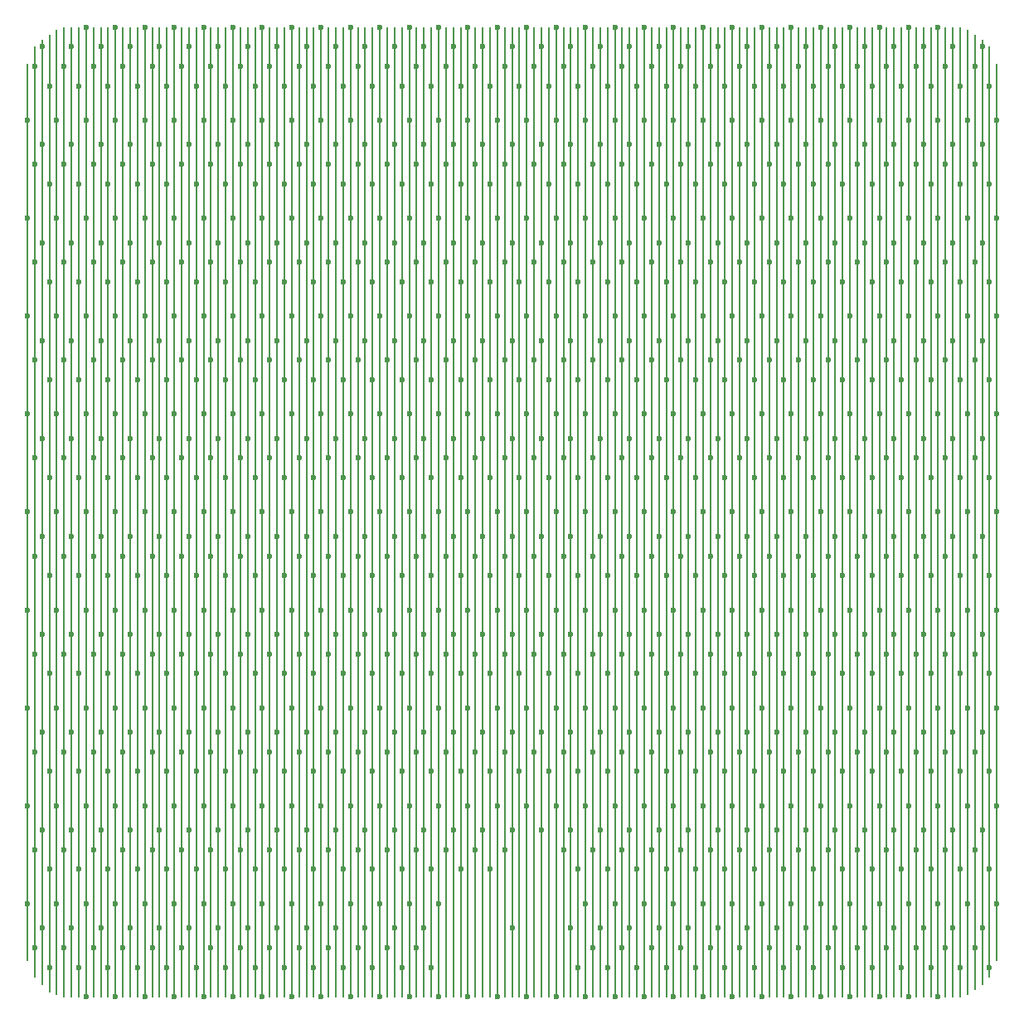
<source format=gtl>
G04 #@! TF.GenerationSoftware,KiCad,Pcbnew,7.0.1*
G04 #@! TF.CreationDate,2023-04-19T15:48:29-07:00*
G04 #@! TF.ProjectId,Stage flood sensor,53746167-6520-4666-9c6f-6f642073656e,rev?*
G04 #@! TF.SameCoordinates,Original*
G04 #@! TF.FileFunction,Copper,L1,Top*
G04 #@! TF.FilePolarity,Positive*
%FSLAX46Y46*%
G04 Gerber Fmt 4.6, Leading zero omitted, Abs format (unit mm)*
G04 Created by KiCad (PCBNEW 7.0.1) date 2023-04-19 15:48:29*
%MOMM*%
%LPD*%
G01*
G04 APERTURE LIST*
G04 #@! TA.AperFunction,ViaPad*
%ADD10C,0.600000*%
G04 #@! TD*
G04 #@! TA.AperFunction,Conductor*
%ADD11C,0.200000*%
G04 #@! TD*
G04 APERTURE END LIST*
D10*
G04 #@! TO.N,/Sense*
X71500000Y-110000000D03*
X80500000Y-140000000D03*
X76000000Y-62500000D03*
X55000000Y-142500000D03*
X80500000Y-90000000D03*
X107500000Y-50500000D03*
X62500000Y-90000000D03*
X101500000Y-149500000D03*
X148000000Y-62500000D03*
X59500000Y-70000000D03*
X142000000Y-92500000D03*
X110500000Y-130000000D03*
X128500000Y-90000000D03*
X94000000Y-132500000D03*
X53500000Y-120000000D03*
X67000000Y-62500000D03*
X148000000Y-72500000D03*
X77500000Y-90000000D03*
X98500000Y-110000000D03*
X56500000Y-50500000D03*
X98500000Y-70000000D03*
X65500000Y-60000000D03*
X79000000Y-62500000D03*
X71500000Y-60000000D03*
X88000000Y-72500000D03*
X145000000Y-62500000D03*
X89500000Y-60000000D03*
X74500000Y-140000000D03*
X131500000Y-100000000D03*
X94000000Y-102500000D03*
X127000000Y-82500000D03*
X94000000Y-92500000D03*
X71500000Y-120000000D03*
X80500000Y-110000000D03*
X107500000Y-60000000D03*
X106000000Y-122500000D03*
X97000000Y-52500000D03*
X124000000Y-102500000D03*
X112000000Y-72500000D03*
X110500000Y-120000000D03*
X83500000Y-130000000D03*
X121000000Y-92500000D03*
X133000000Y-62500000D03*
X127000000Y-122500000D03*
X142000000Y-102500000D03*
X70000000Y-112500000D03*
X100000000Y-72500000D03*
X97000000Y-122500000D03*
X149500000Y-90000000D03*
X89500000Y-70000000D03*
X58000000Y-102500000D03*
X62500000Y-100000000D03*
X107500000Y-120000000D03*
X142000000Y-72500000D03*
X134500000Y-50500000D03*
X107500000Y-80000000D03*
X53500000Y-90000000D03*
X74500000Y-80000000D03*
X76000000Y-72500000D03*
X53500000Y-100000000D03*
X77500000Y-110000000D03*
X86500000Y-140000000D03*
X118000000Y-62500000D03*
X68500000Y-50500000D03*
X115000000Y-122500000D03*
X146500000Y-90000000D03*
X127000000Y-92500000D03*
X131500000Y-149500000D03*
X64000000Y-102500000D03*
X145000000Y-102500000D03*
X62500000Y-130000000D03*
X134500000Y-80000000D03*
X142000000Y-82500000D03*
X106000000Y-92500000D03*
X103000000Y-52500000D03*
X134500000Y-60000000D03*
X139000000Y-112500000D03*
X113500000Y-50500000D03*
X91000000Y-112500000D03*
X130000000Y-82500000D03*
X110500000Y-70000000D03*
X121000000Y-132500000D03*
X110500000Y-140000000D03*
X146500000Y-140000000D03*
X70000000Y-102500000D03*
X115000000Y-102500000D03*
X119500000Y-60000000D03*
X65500000Y-80000000D03*
X128500000Y-120000000D03*
X104500000Y-110000000D03*
X148000000Y-132500000D03*
X110500000Y-149500000D03*
X67000000Y-142500000D03*
X68500000Y-140000000D03*
X88000000Y-62500000D03*
X56500000Y-60000000D03*
X112000000Y-92500000D03*
X100000000Y-62500000D03*
X143500000Y-140000000D03*
X118000000Y-142500000D03*
X68500000Y-70000000D03*
X79000000Y-72500000D03*
X137500000Y-140000000D03*
X91000000Y-82500000D03*
X107500000Y-130000000D03*
X106000000Y-132500000D03*
X56500000Y-110000000D03*
X116500000Y-90000000D03*
X73000000Y-132500000D03*
X59500000Y-80000000D03*
X131500000Y-120000000D03*
X124000000Y-142500000D03*
X64000000Y-122500000D03*
X137500000Y-50500000D03*
X136000000Y-122500000D03*
X124000000Y-62500000D03*
X71500000Y-90000000D03*
X125500000Y-110000000D03*
X104500000Y-100000000D03*
X127000000Y-52500000D03*
X77500000Y-149500000D03*
X133000000Y-112500000D03*
X100000000Y-142500000D03*
X134500000Y-120000000D03*
X95500000Y-90000000D03*
X124000000Y-122500000D03*
X95500000Y-120000000D03*
X119500000Y-50500000D03*
X106000000Y-102500000D03*
X128500000Y-60000000D03*
X140500000Y-130000000D03*
X79000000Y-82500000D03*
X127000000Y-132500000D03*
X61000000Y-52500000D03*
X136000000Y-82500000D03*
X109000000Y-132500000D03*
X148000000Y-142500000D03*
X50500000Y-120000000D03*
X64000000Y-142500000D03*
X118000000Y-132500000D03*
X136000000Y-132500000D03*
X110500000Y-80000000D03*
X88000000Y-132500000D03*
X55000000Y-122500000D03*
X80500000Y-100000000D03*
X100000000Y-52500000D03*
X136000000Y-142500000D03*
X73000000Y-92500000D03*
X62500000Y-60000000D03*
X97000000Y-132500000D03*
X107500000Y-149500000D03*
X64000000Y-72500000D03*
X61000000Y-62500000D03*
X88000000Y-52500000D03*
X121000000Y-142500000D03*
X104500000Y-90000000D03*
X98500000Y-100000000D03*
X103000000Y-82500000D03*
X134500000Y-130000000D03*
X137500000Y-149500000D03*
X109000000Y-92500000D03*
X52000000Y-72500000D03*
X133000000Y-82500000D03*
X64000000Y-132500000D03*
X130000000Y-52500000D03*
X139000000Y-102500000D03*
X110500000Y-100000000D03*
X136000000Y-102500000D03*
X101500000Y-120000000D03*
X115000000Y-112500000D03*
X61000000Y-142500000D03*
X92500000Y-50500000D03*
X52000000Y-102500000D03*
X53500000Y-80000000D03*
X55000000Y-102500000D03*
X91000000Y-72500000D03*
X94000000Y-72500000D03*
X113500000Y-140000000D03*
X77500000Y-100000000D03*
X140500000Y-60000000D03*
X109000000Y-102500000D03*
X83500000Y-120000000D03*
X103000000Y-112500000D03*
X148000000Y-112500000D03*
X86500000Y-70000000D03*
X143500000Y-120000000D03*
X50500000Y-100000000D03*
X56500000Y-70000000D03*
X140500000Y-149500000D03*
X124000000Y-112500000D03*
X85000000Y-92500000D03*
X55000000Y-132500000D03*
X118000000Y-112500000D03*
X74500000Y-60000000D03*
X106000000Y-52500000D03*
X124000000Y-132500000D03*
X83500000Y-70000000D03*
X70000000Y-82500000D03*
X109000000Y-82500000D03*
X50500000Y-60000000D03*
X86500000Y-60000000D03*
X53500000Y-140000000D03*
X131500000Y-140000000D03*
X109000000Y-112500000D03*
X70000000Y-92500000D03*
X53500000Y-70000000D03*
X109000000Y-72500000D03*
X128500000Y-70000000D03*
X130000000Y-62500000D03*
X133000000Y-142500000D03*
X92500000Y-130000000D03*
X140500000Y-110000000D03*
X83500000Y-90000000D03*
X149500000Y-130000000D03*
X76000000Y-52500000D03*
X58000000Y-122500000D03*
X70000000Y-122500000D03*
X136000000Y-72500000D03*
X58000000Y-72500000D03*
X146500000Y-100000000D03*
X82000000Y-112500000D03*
X121000000Y-112500000D03*
X139000000Y-122500000D03*
X95500000Y-110000000D03*
X83500000Y-100000000D03*
X136000000Y-62500000D03*
X95500000Y-100000000D03*
X139000000Y-82500000D03*
X115000000Y-62500000D03*
X149500000Y-60000000D03*
X59500000Y-120000000D03*
X80500000Y-60000000D03*
X61000000Y-122500000D03*
X115000000Y-132500000D03*
X124000000Y-72500000D03*
X82000000Y-92500000D03*
X52000000Y-122500000D03*
X67000000Y-102500000D03*
X73000000Y-142500000D03*
X122500000Y-70000000D03*
X133000000Y-102500000D03*
X74500000Y-149500000D03*
X79000000Y-52500000D03*
X85000000Y-82500000D03*
X116500000Y-80000000D03*
X89500000Y-50500000D03*
X83500000Y-140000000D03*
X130000000Y-142500000D03*
X142000000Y-122500000D03*
X122500000Y-130000000D03*
X92500000Y-70000000D03*
X146500000Y-80000000D03*
X128500000Y-50500000D03*
X95500000Y-80000000D03*
X53500000Y-110000000D03*
X71500000Y-149500000D03*
X67000000Y-112500000D03*
X143500000Y-70000000D03*
X146500000Y-120000000D03*
X92500000Y-60000000D03*
X53500000Y-130000000D03*
X137500000Y-90000000D03*
X148000000Y-102500000D03*
X143500000Y-90000000D03*
X61000000Y-132500000D03*
X74500000Y-120000000D03*
X101500000Y-130000000D03*
X107500000Y-140000000D03*
X110500000Y-50500000D03*
X67000000Y-92500000D03*
X73000000Y-62500000D03*
X50500000Y-140000000D03*
X103000000Y-132500000D03*
X52000000Y-92500000D03*
X116500000Y-120000000D03*
X128500000Y-149500000D03*
X112000000Y-122500000D03*
X91000000Y-92500000D03*
X145000000Y-72500000D03*
X104500000Y-120000000D03*
X106000000Y-72500000D03*
X103000000Y-72500000D03*
X55000000Y-52500000D03*
X146500000Y-110000000D03*
X134500000Y-149500000D03*
X76000000Y-112500000D03*
X113500000Y-110000000D03*
X121000000Y-82500000D03*
X56500000Y-100000000D03*
X121000000Y-52500000D03*
X85000000Y-102500000D03*
X82000000Y-52500000D03*
X100000000Y-132500000D03*
X94000000Y-112500000D03*
X65500000Y-149500000D03*
X58000000Y-62500000D03*
X86500000Y-149500000D03*
X59500000Y-60000000D03*
X92500000Y-140000000D03*
X140500000Y-120000000D03*
X71500000Y-140000000D03*
X64000000Y-92500000D03*
X133000000Y-122500000D03*
X80500000Y-120000000D03*
X67000000Y-52500000D03*
X76000000Y-82500000D03*
X74500000Y-100000000D03*
X58000000Y-142500000D03*
X67000000Y-132500000D03*
X104500000Y-80000000D03*
X131500000Y-70000000D03*
X59500000Y-90000000D03*
X122500000Y-149500000D03*
X130000000Y-132500000D03*
X148000000Y-122500000D03*
X82000000Y-102500000D03*
X122500000Y-140000000D03*
X62500000Y-70000000D03*
X91000000Y-142500000D03*
X140500000Y-90000000D03*
X140500000Y-70000000D03*
X97000000Y-62500000D03*
X82000000Y-132500000D03*
X85000000Y-132500000D03*
X98500000Y-90000000D03*
X113500000Y-60000000D03*
X112000000Y-142500000D03*
X112000000Y-52500000D03*
X97000000Y-72500000D03*
X145000000Y-112500000D03*
X101500000Y-90000000D03*
X116500000Y-140000000D03*
X86500000Y-80000000D03*
X82000000Y-72500000D03*
X65500000Y-120000000D03*
X137500000Y-130000000D03*
X109000000Y-52500000D03*
X137500000Y-60000000D03*
X133000000Y-92500000D03*
X79000000Y-102500000D03*
X139000000Y-132500000D03*
X115000000Y-52500000D03*
X50500000Y-130000000D03*
X86500000Y-120000000D03*
X97000000Y-102500000D03*
X131500000Y-130000000D03*
X119500000Y-149500000D03*
X149500000Y-140000000D03*
X52000000Y-112500000D03*
X92500000Y-149500000D03*
X149500000Y-80000000D03*
X110500000Y-60000000D03*
X119500000Y-110000000D03*
X119500000Y-70000000D03*
X74500000Y-110000000D03*
X128500000Y-100000000D03*
X68500000Y-80000000D03*
X149500000Y-110000000D03*
X73000000Y-52500000D03*
X88000000Y-92500000D03*
X76000000Y-122500000D03*
X124000000Y-82500000D03*
X68500000Y-90000000D03*
X64000000Y-82500000D03*
X77500000Y-140000000D03*
X118000000Y-52500000D03*
X107500000Y-110000000D03*
X70000000Y-72500000D03*
X89500000Y-90000000D03*
X104500000Y-60000000D03*
X113500000Y-120000000D03*
X85000000Y-72500000D03*
X100000000Y-112500000D03*
X122500000Y-80000000D03*
X91000000Y-122500000D03*
X65500000Y-90000000D03*
X56500000Y-80000000D03*
X146500000Y-130000000D03*
X148000000Y-82500000D03*
X85000000Y-112500000D03*
X104500000Y-70000000D03*
X133000000Y-52500000D03*
X79000000Y-92500000D03*
X121000000Y-72500000D03*
X122500000Y-90000000D03*
X83500000Y-60000000D03*
X86500000Y-90000000D03*
X70000000Y-52500000D03*
X71500000Y-80000000D03*
X77500000Y-80000000D03*
X65500000Y-110000000D03*
X139000000Y-142500000D03*
X55000000Y-82500000D03*
X83500000Y-149500000D03*
X59500000Y-149500000D03*
X116500000Y-100000000D03*
X74500000Y-70000000D03*
X122500000Y-110000000D03*
X73000000Y-112500000D03*
X59500000Y-50500000D03*
X107500000Y-70000000D03*
X119500000Y-80000000D03*
X59500000Y-100000000D03*
X119500000Y-120000000D03*
X104500000Y-130000000D03*
X64000000Y-62500000D03*
X85000000Y-52500000D03*
X130000000Y-122500000D03*
X88000000Y-102500000D03*
X113500000Y-100000000D03*
X112000000Y-102500000D03*
X74500000Y-50500000D03*
X98500000Y-130000000D03*
X130000000Y-92500000D03*
X91000000Y-62500000D03*
X103000000Y-92500000D03*
X56500000Y-130000000D03*
X127000000Y-62500000D03*
X77500000Y-60000000D03*
X82000000Y-62500000D03*
X58000000Y-132500000D03*
X52000000Y-52500000D03*
X116500000Y-110000000D03*
X109000000Y-122500000D03*
X125500000Y-149500000D03*
X133000000Y-132500000D03*
X89500000Y-149500000D03*
X86500000Y-110000000D03*
X62500000Y-140000000D03*
X136000000Y-112500000D03*
X143500000Y-80000000D03*
X89500000Y-100000000D03*
X149500000Y-70000000D03*
X101500000Y-70000000D03*
X92500000Y-100000000D03*
X97000000Y-92500000D03*
X139000000Y-72500000D03*
X58000000Y-112500000D03*
X62500000Y-80000000D03*
X116500000Y-60000000D03*
X94000000Y-52500000D03*
X113500000Y-70000000D03*
X128500000Y-130000000D03*
X89500000Y-120000000D03*
X77500000Y-130000000D03*
X50500000Y-70000000D03*
X73000000Y-122500000D03*
X80500000Y-70000000D03*
X145000000Y-92500000D03*
X113500000Y-149500000D03*
X68500000Y-149500000D03*
X140500000Y-80000000D03*
X145000000Y-82500000D03*
X106000000Y-142500000D03*
X107500000Y-100000000D03*
X106000000Y-62500000D03*
X56500000Y-140000000D03*
X127000000Y-72500000D03*
X115000000Y-72500000D03*
X98500000Y-120000000D03*
X137500000Y-70000000D03*
X80500000Y-149500000D03*
X110500000Y-90000000D03*
X95500000Y-60000000D03*
X65500000Y-100000000D03*
X97000000Y-112500000D03*
X82000000Y-142500000D03*
X112000000Y-82500000D03*
X125500000Y-60000000D03*
X146500000Y-70000000D03*
X64000000Y-112500000D03*
X50500000Y-80000000D03*
X145000000Y-122500000D03*
X116500000Y-70000000D03*
X52000000Y-142500000D03*
X85000000Y-62500000D03*
X61000000Y-92500000D03*
X64000000Y-52500000D03*
X95500000Y-70000000D03*
X104500000Y-50500000D03*
X83500000Y-50500000D03*
X104500000Y-149500000D03*
X92500000Y-80000000D03*
X76000000Y-142500000D03*
X76000000Y-102500000D03*
X142000000Y-132500000D03*
X113500000Y-130000000D03*
X121000000Y-122500000D03*
X115000000Y-142500000D03*
X148000000Y-52500000D03*
X118000000Y-92500000D03*
X107500000Y-90000000D03*
X134500000Y-140000000D03*
X71500000Y-70000000D03*
X119500000Y-140000000D03*
X130000000Y-72500000D03*
X86500000Y-50500000D03*
X89500000Y-130000000D03*
X119500000Y-130000000D03*
X125500000Y-120000000D03*
X101500000Y-80000000D03*
X143500000Y-60000000D03*
X119500000Y-90000000D03*
X131500000Y-110000000D03*
X139000000Y-52500000D03*
X121000000Y-62500000D03*
X56500000Y-149500000D03*
X143500000Y-110000000D03*
X58000000Y-92500000D03*
X71500000Y-100000000D03*
X89500000Y-110000000D03*
X68500000Y-130000000D03*
X143500000Y-149500000D03*
X70000000Y-62500000D03*
X74500000Y-130000000D03*
X103000000Y-62500000D03*
X98500000Y-50500000D03*
X65500000Y-140000000D03*
X89500000Y-140000000D03*
X73000000Y-72500000D03*
X118000000Y-102500000D03*
X128500000Y-110000000D03*
X71500000Y-50500000D03*
X77500000Y-70000000D03*
X68500000Y-120000000D03*
X101500000Y-110000000D03*
X125500000Y-90000000D03*
X131500000Y-90000000D03*
X145000000Y-52500000D03*
X101500000Y-100000000D03*
X137500000Y-120000000D03*
X53500000Y-60000000D03*
X148000000Y-92500000D03*
X128500000Y-80000000D03*
X55000000Y-112500000D03*
X88000000Y-142500000D03*
X122500000Y-100000000D03*
X67000000Y-72500000D03*
X109000000Y-142500000D03*
X134500000Y-110000000D03*
X103000000Y-122500000D03*
X65500000Y-70000000D03*
X125500000Y-80000000D03*
X118000000Y-82500000D03*
X52000000Y-62500000D03*
X140500000Y-100000000D03*
X143500000Y-130000000D03*
X112000000Y-112500000D03*
X88000000Y-82500000D03*
X131500000Y-80000000D03*
X55000000Y-72500000D03*
X97000000Y-82500000D03*
X89500000Y-80000000D03*
X121000000Y-102500000D03*
X65500000Y-50500000D03*
X61000000Y-72500000D03*
X130000000Y-102500000D03*
X83500000Y-110000000D03*
X79000000Y-142500000D03*
X142000000Y-112500000D03*
X115000000Y-82500000D03*
X80500000Y-50500000D03*
X101500000Y-50500000D03*
X61000000Y-112500000D03*
X142000000Y-52500000D03*
X82000000Y-122500000D03*
X100000000Y-82500000D03*
X61000000Y-102500000D03*
X125500000Y-50500000D03*
X125500000Y-70000000D03*
X118000000Y-72500000D03*
X122500000Y-60000000D03*
X116500000Y-149500000D03*
X143500000Y-100000000D03*
X68500000Y-100000000D03*
X71500000Y-130000000D03*
X98500000Y-80000000D03*
X145000000Y-132500000D03*
X59500000Y-130000000D03*
X127000000Y-102500000D03*
X58000000Y-52500000D03*
X95500000Y-149500000D03*
X119500000Y-100000000D03*
X73000000Y-82500000D03*
X106000000Y-112500000D03*
X77500000Y-50500000D03*
X91000000Y-102500000D03*
X136000000Y-92500000D03*
X86500000Y-100000000D03*
X56500000Y-90000000D03*
X122500000Y-120000000D03*
X116500000Y-50500000D03*
X131500000Y-60000000D03*
X140500000Y-140000000D03*
X62500000Y-120000000D03*
X91000000Y-132500000D03*
X134500000Y-90000000D03*
X140500000Y-50500000D03*
X145000000Y-142500000D03*
X65500000Y-130000000D03*
X131500000Y-50500000D03*
X59500000Y-140000000D03*
X113500000Y-80000000D03*
X70000000Y-132500000D03*
X149500000Y-100000000D03*
X118000000Y-122500000D03*
X113500000Y-90000000D03*
X134500000Y-70000000D03*
X79000000Y-122500000D03*
X124000000Y-92500000D03*
X76000000Y-92500000D03*
X94000000Y-62500000D03*
X88000000Y-112500000D03*
X122500000Y-50500000D03*
X128500000Y-140000000D03*
X80500000Y-80000000D03*
X68500000Y-110000000D03*
X92500000Y-110000000D03*
X124000000Y-52500000D03*
X79000000Y-132500000D03*
X110500000Y-110000000D03*
X127000000Y-112500000D03*
X139000000Y-92500000D03*
X100000000Y-102500000D03*
X52000000Y-132500000D03*
X125500000Y-130000000D03*
X67000000Y-82500000D03*
X50500000Y-110000000D03*
X98500000Y-60000000D03*
X62500000Y-110000000D03*
X79000000Y-112500000D03*
X139000000Y-62500000D03*
X82000000Y-82500000D03*
X88000000Y-122500000D03*
X101500000Y-60000000D03*
X149500000Y-120000000D03*
X92500000Y-120000000D03*
X62500000Y-50500000D03*
X91000000Y-52500000D03*
X137500000Y-80000000D03*
X61000000Y-82500000D03*
X86500000Y-130000000D03*
X116500000Y-130000000D03*
X95500000Y-50500000D03*
X95500000Y-130000000D03*
X85000000Y-142500000D03*
X142000000Y-142500000D03*
X133000000Y-72500000D03*
X112000000Y-132500000D03*
X59500000Y-110000000D03*
X67000000Y-122500000D03*
X109000000Y-62500000D03*
X100000000Y-92500000D03*
X134500000Y-100000000D03*
X125500000Y-140000000D03*
X137500000Y-110000000D03*
X94000000Y-122500000D03*
X62500000Y-149500000D03*
X146500000Y-60000000D03*
X92500000Y-90000000D03*
X55000000Y-92500000D03*
X143500000Y-50500000D03*
X142000000Y-62500000D03*
X73000000Y-102500000D03*
X52000000Y-82500000D03*
X56500000Y-120000000D03*
X136000000Y-52500000D03*
X127000000Y-142500000D03*
X98500000Y-149500000D03*
X55000000Y-62500000D03*
X103000000Y-102500000D03*
X83500000Y-80000000D03*
X85000000Y-122500000D03*
X125500000Y-100000000D03*
X70000000Y-142500000D03*
X130000000Y-112500000D03*
X50500000Y-90000000D03*
X77500000Y-120000000D03*
X112000000Y-62500000D03*
X100000000Y-122500000D03*
X106000000Y-82500000D03*
X74500000Y-90000000D03*
X76000000Y-132500000D03*
X137500000Y-100000000D03*
X68500000Y-60000000D03*
X115000000Y-92500000D03*
X58000000Y-82500000D03*
X80500000Y-130000000D03*
X94000000Y-82500000D03*
G04 #@! TO.N,GND*
X144250000Y-144500000D03*
X123250000Y-54500000D03*
X52750000Y-126500000D03*
X102250000Y-74500000D03*
X103750000Y-116500000D03*
X93250000Y-64500000D03*
X63250000Y-84500000D03*
X144250000Y-124500000D03*
X97750000Y-126500000D03*
X130750000Y-66500000D03*
X73750000Y-136500000D03*
X51250000Y-114500000D03*
X129250000Y-124500000D03*
X91750000Y-136500000D03*
X106750000Y-146500000D03*
X64750000Y-56500000D03*
X100750000Y-106500000D03*
X75250000Y-84500000D03*
X123250000Y-124500000D03*
X102250000Y-114500000D03*
X118750000Y-96500000D03*
X108250000Y-124500000D03*
X133750000Y-96500000D03*
X136750000Y-136500000D03*
X120250000Y-104500000D03*
X72250000Y-94500000D03*
X82750000Y-146500000D03*
X73750000Y-56500000D03*
X72250000Y-74500000D03*
X91750000Y-86500000D03*
X51250000Y-84500000D03*
X52750000Y-86500000D03*
X138250000Y-94500000D03*
X129250000Y-144500000D03*
X114250000Y-144500000D03*
X67750000Y-76500000D03*
X126250000Y-144500000D03*
X79750000Y-106500000D03*
X100750000Y-86500000D03*
X97750000Y-66500000D03*
X97750000Y-96500000D03*
X135250000Y-124500000D03*
X55750000Y-76500000D03*
X58750000Y-76500000D03*
X73750000Y-66500000D03*
X78250000Y-84500000D03*
X67750000Y-126500000D03*
X109750000Y-126500000D03*
X102250000Y-64500000D03*
X124750000Y-56500000D03*
X112750000Y-56500000D03*
X81250000Y-124500000D03*
X73750000Y-96500000D03*
X147250000Y-124500000D03*
X72250000Y-84500000D03*
X75250000Y-144500000D03*
X103750000Y-96500000D03*
X127750000Y-66500000D03*
X91750000Y-66500000D03*
X69250000Y-124500000D03*
X112750000Y-116500000D03*
X133750000Y-116500000D03*
X54250000Y-134500000D03*
X81250000Y-104500000D03*
X108250000Y-64500000D03*
X144250000Y-104500000D03*
X124750000Y-86500000D03*
X114250000Y-54500000D03*
X64750000Y-106500000D03*
X54250000Y-144500000D03*
X55750000Y-66500000D03*
X117250000Y-64500000D03*
X76750000Y-76500000D03*
X106750000Y-76500000D03*
X66250000Y-84500000D03*
X66250000Y-74500000D03*
X57250000Y-114500000D03*
X70750000Y-86500000D03*
X126250000Y-124500000D03*
X132250000Y-124500000D03*
X121750000Y-66500000D03*
X51250000Y-104500000D03*
X90250000Y-134500000D03*
X105250000Y-114500000D03*
X117250000Y-104500000D03*
X136750000Y-66500000D03*
X51250000Y-54500000D03*
X108250000Y-134500000D03*
X123250000Y-144500000D03*
X144250000Y-54500000D03*
X102250000Y-84500000D03*
X70750000Y-126500000D03*
X130750000Y-106500000D03*
X55750000Y-56500000D03*
X111250000Y-94500000D03*
X133750000Y-86500000D03*
X82750000Y-126500000D03*
X130750000Y-96500000D03*
X87250000Y-74500000D03*
X67750000Y-56500000D03*
X75250000Y-124500000D03*
X60250000Y-134500000D03*
X64750000Y-136500000D03*
X133750000Y-56500000D03*
X82750000Y-86500000D03*
X84250000Y-134500000D03*
X64750000Y-76500000D03*
X108250000Y-54500000D03*
X61750000Y-56500000D03*
X57250000Y-54500000D03*
X121750000Y-56500000D03*
X64750000Y-66500000D03*
X63250000Y-54500000D03*
X129250000Y-74500000D03*
X127750000Y-136500000D03*
X76750000Y-126500000D03*
X106750000Y-86500000D03*
X141250000Y-134500000D03*
X70750000Y-66500000D03*
X147250000Y-144500000D03*
X121750000Y-106500000D03*
X124750000Y-76500000D03*
X132250000Y-134500000D03*
X96250000Y-134500000D03*
X139750000Y-116500000D03*
X132250000Y-104500000D03*
X99250000Y-124500000D03*
X142750000Y-126500000D03*
X85750000Y-96500000D03*
X58750000Y-146500000D03*
X135250000Y-54500000D03*
X118750000Y-126500000D03*
X99250000Y-134500000D03*
X136750000Y-86500000D03*
X90250000Y-84500000D03*
X127750000Y-126500000D03*
X148750000Y-126500000D03*
X139750000Y-126500000D03*
X58750000Y-106500000D03*
X100750000Y-66500000D03*
X97750000Y-86500000D03*
X91750000Y-146500000D03*
X138250000Y-124500000D03*
X129250000Y-54500000D03*
X79750000Y-56500000D03*
X76750000Y-136500000D03*
X114250000Y-124500000D03*
X109750000Y-116500000D03*
X55750000Y-116500000D03*
X117250000Y-74500000D03*
X64750000Y-146500000D03*
X69250000Y-74500000D03*
X72250000Y-144500000D03*
X67750000Y-106500000D03*
X114250000Y-84500000D03*
X84250000Y-54500000D03*
X57250000Y-84500000D03*
X67750000Y-116500000D03*
X111250000Y-144500000D03*
X67750000Y-146500000D03*
X70750000Y-116500000D03*
X73750000Y-86500000D03*
X121750000Y-146500000D03*
X109750000Y-76500000D03*
X60250000Y-114500000D03*
X94750000Y-76500000D03*
X58750000Y-136500000D03*
X105250000Y-54500000D03*
X87250000Y-84500000D03*
X52750000Y-136500000D03*
X126250000Y-94500000D03*
X135250000Y-134500000D03*
X130750000Y-146500000D03*
X79750000Y-86500000D03*
X121750000Y-126500000D03*
X117250000Y-144500000D03*
X70750000Y-106500000D03*
X54250000Y-54500000D03*
X75250000Y-104500000D03*
X84250000Y-74500000D03*
X112750000Y-136500000D03*
X136750000Y-96500000D03*
X64750000Y-96500000D03*
X115750000Y-146500000D03*
X111250000Y-134500000D03*
X90250000Y-104500000D03*
X144250000Y-84500000D03*
X132250000Y-144500000D03*
X130750000Y-136500000D03*
X91750000Y-76500000D03*
X63250000Y-104500000D03*
X82750000Y-106500000D03*
X100750000Y-76500000D03*
X60250000Y-124500000D03*
X61750000Y-96500000D03*
X87250000Y-144500000D03*
X82750000Y-56500000D03*
X106750000Y-106500000D03*
X124750000Y-146500000D03*
X58750000Y-56500000D03*
X139750000Y-146500000D03*
X99250000Y-84500000D03*
X118750000Y-56500000D03*
X69250000Y-64500000D03*
X133750000Y-126500000D03*
X129250000Y-134500000D03*
X76750000Y-56500000D03*
X102250000Y-94500000D03*
X127750000Y-76500000D03*
X148750000Y-116500000D03*
X111250000Y-84500000D03*
X55750000Y-96500000D03*
X142750000Y-136500000D03*
X91750000Y-116500000D03*
X127750000Y-146500000D03*
X76750000Y-146500000D03*
X147250000Y-94500000D03*
X130750000Y-56500000D03*
X105250000Y-134500000D03*
X138250000Y-134500000D03*
X105250000Y-124500000D03*
X121750000Y-136500000D03*
X51250000Y-64500000D03*
X111250000Y-124500000D03*
X99250000Y-114500000D03*
X99250000Y-94500000D03*
X141250000Y-114500000D03*
X114250000Y-114500000D03*
X136750000Y-146500000D03*
X130750000Y-76500000D03*
X144250000Y-64500000D03*
X141250000Y-84500000D03*
X60250000Y-64500000D03*
X52750000Y-116500000D03*
X142750000Y-56500000D03*
X61750000Y-86500000D03*
X93250000Y-94500000D03*
X124750000Y-66500000D03*
X141250000Y-104500000D03*
X79750000Y-146500000D03*
X112750000Y-86500000D03*
X61750000Y-116500000D03*
X81250000Y-54500000D03*
X66250000Y-124500000D03*
X120250000Y-74500000D03*
X118750000Y-146500000D03*
X103750000Y-66500000D03*
X147250000Y-54500000D03*
X66250000Y-64500000D03*
X123250000Y-114500000D03*
X96250000Y-54500000D03*
X93250000Y-134500000D03*
X135250000Y-84500000D03*
X147250000Y-104500000D03*
X115750000Y-126500000D03*
X91750000Y-96500000D03*
X118750000Y-106500000D03*
X102250000Y-104500000D03*
X66250000Y-54500000D03*
X145750000Y-116500000D03*
X100750000Y-126500000D03*
X123250000Y-74500000D03*
X96250000Y-94500000D03*
X141250000Y-144500000D03*
X82750000Y-96500000D03*
X100750000Y-116500000D03*
X67750000Y-66500000D03*
X129250000Y-114500000D03*
X93250000Y-114500000D03*
X90250000Y-64500000D03*
X111250000Y-114500000D03*
X54250000Y-64500000D03*
X138250000Y-64500000D03*
X97750000Y-116500000D03*
X52750000Y-66500000D03*
X52750000Y-76500000D03*
X93250000Y-124500000D03*
X141250000Y-64500000D03*
X108250000Y-104500000D03*
X94750000Y-66500000D03*
X52750000Y-56500000D03*
X60250000Y-84500000D03*
X102250000Y-54500000D03*
X69250000Y-94500000D03*
X112750000Y-126500000D03*
X75250000Y-74500000D03*
X109750000Y-66500000D03*
X69250000Y-84500000D03*
X141250000Y-124500000D03*
X82750000Y-66500000D03*
X132250000Y-74500000D03*
X129250000Y-94500000D03*
X81250000Y-94500000D03*
X79750000Y-116500000D03*
X133750000Y-66500000D03*
X70750000Y-76500000D03*
X61750000Y-136500000D03*
X112750000Y-146500000D03*
X117250000Y-94500000D03*
X85750000Y-56500000D03*
X54250000Y-104500000D03*
X120250000Y-84500000D03*
X115750000Y-76500000D03*
X67750000Y-96500000D03*
X99250000Y-74500000D03*
X135250000Y-144500000D03*
X115750000Y-96500000D03*
X84250000Y-94500000D03*
X100750000Y-96500000D03*
X93250000Y-84500000D03*
X114250000Y-104500000D03*
X58750000Y-66500000D03*
X94750000Y-96500000D03*
X120250000Y-94500000D03*
X139750000Y-66500000D03*
X57250000Y-144500000D03*
X79750000Y-136500000D03*
X90250000Y-124500000D03*
X87250000Y-54500000D03*
X73750000Y-126500000D03*
X144250000Y-114500000D03*
X138250000Y-84500000D03*
X91750000Y-126500000D03*
X129250000Y-104500000D03*
X105250000Y-104500000D03*
X139750000Y-86500000D03*
X118750000Y-136500000D03*
X52750000Y-146500000D03*
X72250000Y-134500000D03*
X96250000Y-124500000D03*
X79750000Y-126500000D03*
X133750000Y-146500000D03*
X78250000Y-64500000D03*
X105250000Y-84500000D03*
X61750000Y-76500000D03*
X70750000Y-96500000D03*
X103750000Y-126500000D03*
X148750000Y-76500000D03*
X88750000Y-116500000D03*
X96250000Y-114500000D03*
X127750000Y-106500000D03*
X136750000Y-56500000D03*
X121750000Y-76500000D03*
X111250000Y-54500000D03*
X126250000Y-84500000D03*
X111250000Y-64500000D03*
X85750000Y-126500000D03*
X106750000Y-66500000D03*
X76750000Y-66500000D03*
X138250000Y-74500000D03*
X105250000Y-74500000D03*
X61750000Y-66500000D03*
X63250000Y-114500000D03*
X133750000Y-76500000D03*
X130750000Y-116500000D03*
X73750000Y-76500000D03*
X85750000Y-66500000D03*
X88750000Y-66500000D03*
X109750000Y-86500000D03*
X81250000Y-144500000D03*
X120250000Y-54500000D03*
X99250000Y-64500000D03*
X87250000Y-134500000D03*
X136750000Y-106500000D03*
X88750000Y-126500000D03*
X142750000Y-96500000D03*
X117250000Y-114500000D03*
X81250000Y-64500000D03*
X136750000Y-126500000D03*
X120250000Y-134500000D03*
X147250000Y-74500000D03*
X85750000Y-116500000D03*
X135250000Y-114500000D03*
X82750000Y-116500000D03*
X105250000Y-94500000D03*
X84250000Y-84500000D03*
X120250000Y-114500000D03*
X87250000Y-64500000D03*
X138250000Y-104500000D03*
X76750000Y-96500000D03*
X109750000Y-106500000D03*
X60250000Y-54500000D03*
X139750000Y-56500000D03*
X90250000Y-94500000D03*
X64750000Y-86500000D03*
X147250000Y-64500000D03*
X88750000Y-56500000D03*
X141250000Y-94500000D03*
X55750000Y-146500000D03*
X87250000Y-124500000D03*
X93250000Y-54500000D03*
X97750000Y-106500000D03*
X67750000Y-86500000D03*
X88750000Y-76500000D03*
X76750000Y-106500000D03*
X148750000Y-86500000D03*
X123250000Y-134500000D03*
X115750000Y-56500000D03*
X117250000Y-84500000D03*
X100750000Y-56500000D03*
X126250000Y-64500000D03*
X58750000Y-116500000D03*
X85750000Y-146500000D03*
X54250000Y-84500000D03*
X118750000Y-116500000D03*
X132250000Y-94500000D03*
X88750000Y-136500000D03*
X76750000Y-116500000D03*
X114250000Y-64500000D03*
X126250000Y-74500000D03*
X82750000Y-76500000D03*
X105250000Y-64500000D03*
X55750000Y-86500000D03*
X84250000Y-124500000D03*
X132250000Y-114500000D03*
X145750000Y-146500000D03*
X88750000Y-146500000D03*
X75250000Y-114500000D03*
X136750000Y-116500000D03*
X76750000Y-86500000D03*
X67750000Y-136500000D03*
X132250000Y-54500000D03*
X130750000Y-126500000D03*
X145750000Y-96500000D03*
X75250000Y-54500000D03*
X123250000Y-104500000D03*
X124750000Y-116500000D03*
X63250000Y-144500000D03*
X78250000Y-114500000D03*
X148750000Y-136500000D03*
X111250000Y-104500000D03*
X144250000Y-94500000D03*
X88750000Y-86500000D03*
X66250000Y-94500000D03*
X144250000Y-74500000D03*
X55750000Y-126500000D03*
X54250000Y-124500000D03*
X66250000Y-114500000D03*
X135250000Y-74500000D03*
X51250000Y-144500000D03*
X118750000Y-66500000D03*
X139750000Y-106500000D03*
X148750000Y-66500000D03*
X124750000Y-126500000D03*
X142750000Y-116500000D03*
X138250000Y-54500000D03*
X145750000Y-56500000D03*
X70750000Y-146500000D03*
X78250000Y-144500000D03*
X94750000Y-106500000D03*
X94750000Y-126500000D03*
X85750000Y-136500000D03*
X51250000Y-124500000D03*
X57250000Y-104500000D03*
X57250000Y-124500000D03*
X52750000Y-106500000D03*
X81250000Y-74500000D03*
X120250000Y-124500000D03*
X109750000Y-56500000D03*
X97750000Y-56500000D03*
X78250000Y-94500000D03*
X142750000Y-106500000D03*
X51250000Y-94500000D03*
X114250000Y-74500000D03*
X129250000Y-64500000D03*
X96250000Y-74500000D03*
X135250000Y-64500000D03*
X118750000Y-86500000D03*
X94750000Y-116500000D03*
X129250000Y-84500000D03*
X88750000Y-106500000D03*
X109750000Y-136500000D03*
X90250000Y-114500000D03*
X58750000Y-86500000D03*
X96250000Y-104500000D03*
X87250000Y-104500000D03*
X54250000Y-94500000D03*
X147250000Y-84500000D03*
X148750000Y-106500000D03*
X106750000Y-56500000D03*
X87250000Y-94500000D03*
X145750000Y-106500000D03*
X148750000Y-96500000D03*
X90250000Y-144500000D03*
X66250000Y-104500000D03*
X63250000Y-74500000D03*
X51250000Y-134500000D03*
X115750000Y-106500000D03*
X115750000Y-86500000D03*
X108250000Y-114500000D03*
X115750000Y-136500000D03*
X73750000Y-146500000D03*
X142750000Y-86500000D03*
X57250000Y-134500000D03*
X61750000Y-106500000D03*
X111250000Y-74500000D03*
X106750000Y-96500000D03*
X99250000Y-104500000D03*
X145750000Y-76500000D03*
X60250000Y-74500000D03*
X94750000Y-56500000D03*
X51250000Y-74500000D03*
X70750000Y-136500000D03*
X115750000Y-66500000D03*
X112750000Y-96500000D03*
X84250000Y-64500000D03*
X145750000Y-136500000D03*
X78250000Y-134500000D03*
X69250000Y-104500000D03*
X63250000Y-134500000D03*
X61750000Y-146500000D03*
X64750000Y-116500000D03*
X120250000Y-64500000D03*
X106750000Y-116500000D03*
X124750000Y-96500000D03*
X141250000Y-54500000D03*
X64750000Y-126500000D03*
X99250000Y-54500000D03*
X97750000Y-136500000D03*
X55750000Y-136500000D03*
X120250000Y-144500000D03*
X112750000Y-76500000D03*
X121750000Y-116500000D03*
X66250000Y-134500000D03*
X97750000Y-76500000D03*
X63250000Y-64500000D03*
X81250000Y-84500000D03*
X103750000Y-56500000D03*
X109750000Y-96500000D03*
X72250000Y-114500000D03*
X88750000Y-96500000D03*
X69250000Y-114500000D03*
X90250000Y-74500000D03*
X66250000Y-144500000D03*
X118750000Y-76500000D03*
X127750000Y-96500000D03*
X93250000Y-74500000D03*
X135250000Y-94500000D03*
X57250000Y-94500000D03*
X123250000Y-64500000D03*
X142750000Y-146500000D03*
X121750000Y-86500000D03*
X127750000Y-116500000D03*
X139750000Y-76500000D03*
X84250000Y-144500000D03*
X139750000Y-136500000D03*
X63250000Y-94500000D03*
X69250000Y-54500000D03*
X112750000Y-106500000D03*
X84250000Y-114500000D03*
X108250000Y-144500000D03*
X96250000Y-64500000D03*
X60250000Y-94500000D03*
X123250000Y-84500000D03*
X126250000Y-104500000D03*
X126250000Y-54500000D03*
X144250000Y-134500000D03*
X55750000Y-106500000D03*
X73750000Y-106500000D03*
X78250000Y-54500000D03*
X72250000Y-64500000D03*
X81250000Y-114500000D03*
X124750000Y-136500000D03*
X60250000Y-144500000D03*
X109750000Y-146500000D03*
X103750000Y-106500000D03*
X121750000Y-96500000D03*
X106750000Y-136500000D03*
X94750000Y-86500000D03*
X145750000Y-66500000D03*
X72250000Y-104500000D03*
X90250000Y-54500000D03*
X78250000Y-124500000D03*
X82750000Y-136500000D03*
X72250000Y-124500000D03*
X63250000Y-124500000D03*
X124750000Y-106500000D03*
X72250000Y-54500000D03*
X135250000Y-104500000D03*
X54250000Y-74500000D03*
X115750000Y-116500000D03*
X127750000Y-86500000D03*
X69250000Y-144500000D03*
X114250000Y-94500000D03*
X132250000Y-64500000D03*
X123250000Y-94500000D03*
X117250000Y-124500000D03*
X114250000Y-134500000D03*
X106750000Y-126500000D03*
X85750000Y-86500000D03*
X147250000Y-114500000D03*
X139750000Y-96500000D03*
X145750000Y-126500000D03*
X75250000Y-94500000D03*
X78250000Y-74500000D03*
X117250000Y-54500000D03*
X142750000Y-66500000D03*
X141250000Y-74500000D03*
X138250000Y-144500000D03*
X87250000Y-114500000D03*
X70750000Y-56500000D03*
X148750000Y-146500000D03*
X85750000Y-106500000D03*
X112750000Y-66500000D03*
X126250000Y-134500000D03*
X133750000Y-106500000D03*
X58750000Y-126500000D03*
X96250000Y-84500000D03*
X117250000Y-134500000D03*
X81250000Y-134500000D03*
X103750000Y-76500000D03*
X148750000Y-56500000D03*
X133750000Y-136500000D03*
X79750000Y-96500000D03*
X136750000Y-76500000D03*
X75250000Y-64500000D03*
X58750000Y-96500000D03*
X108250000Y-94500000D03*
X108250000Y-84500000D03*
X127750000Y-56500000D03*
X52750000Y-96500000D03*
X91750000Y-56500000D03*
X84250000Y-104500000D03*
X69250000Y-134500000D03*
X142750000Y-76500000D03*
X78250000Y-104500000D03*
X145750000Y-86500000D03*
X138250000Y-114500000D03*
X75250000Y-134500000D03*
X130750000Y-86500000D03*
X54250000Y-114500000D03*
X103750000Y-86500000D03*
X93250000Y-104500000D03*
X91750000Y-106500000D03*
X57250000Y-74500000D03*
X132250000Y-84500000D03*
X85750000Y-76500000D03*
X108250000Y-74500000D03*
X102250000Y-124500000D03*
X126250000Y-114500000D03*
X94750000Y-136500000D03*
X79750000Y-76500000D03*
X79750000Y-66500000D03*
X60250000Y-104500000D03*
X147250000Y-134500000D03*
X57250000Y-64500000D03*
X61750000Y-126500000D03*
X73750000Y-116500000D03*
G04 #@! TD*
D11*
G04 #@! TO.N,/Sense*
X83500000Y-50500000D02*
X83500000Y-149500000D01*
X109000000Y-50500000D02*
X109000000Y-149500000D01*
X52000000Y-148250000D02*
X52000000Y-52000000D01*
X58000000Y-50500000D02*
X58000000Y-149500000D01*
X136000000Y-50500000D02*
X136000000Y-149500000D01*
X101500000Y-50500000D02*
X101500000Y-60000000D01*
X121000000Y-50500000D02*
X121000000Y-149500000D01*
X124000000Y-50500000D02*
X124000000Y-149500000D01*
X89500000Y-50500000D02*
X89500000Y-149500000D01*
X134500000Y-50500000D02*
X134500000Y-149500000D01*
X128500000Y-50500000D02*
X128500000Y-149500000D01*
X106000000Y-50500000D02*
X106000000Y-149500000D01*
X107500000Y-50500000D02*
X107500000Y-149500000D01*
X104500000Y-50500000D02*
X104500000Y-60000000D01*
X64000000Y-50500000D02*
X64000000Y-149500000D01*
X65500000Y-50500000D02*
X65500000Y-149500000D01*
X70000000Y-50500000D02*
X70000000Y-149500000D01*
X119500000Y-50500000D02*
X119500000Y-149500000D01*
X77500000Y-50500000D02*
X77500000Y-149500000D01*
X53500000Y-149250000D02*
X53500000Y-50750000D01*
X139000000Y-50500000D02*
X139000000Y-149500000D01*
X103000000Y-50500000D02*
X103000000Y-149500000D01*
X130000000Y-50500000D02*
X130000000Y-149500000D01*
X50500000Y-145750000D02*
X50500000Y-54250000D01*
X74500000Y-50500000D02*
X74500000Y-149500000D01*
X148000000Y-147250000D02*
X148000000Y-147750000D01*
X59500000Y-50500000D02*
X59500000Y-149500000D01*
X142000000Y-50500000D02*
X142000000Y-149500000D01*
X127000000Y-50500000D02*
X127000000Y-149500000D01*
X92500000Y-50500000D02*
X92500000Y-149500000D01*
X112000000Y-50500000D02*
X112000000Y-149500000D01*
X145000000Y-50500000D02*
X145000000Y-149500000D01*
X101500000Y-60000000D02*
X101500000Y-149500000D01*
X52000000Y-52000000D02*
X52000000Y-51750000D01*
X137500000Y-50500000D02*
X137500000Y-149500000D01*
X125500000Y-50500000D02*
X125500000Y-149500000D01*
X148000000Y-147750000D02*
X148000000Y-148250000D01*
X79000000Y-50500000D02*
X79000000Y-149500000D01*
X71500000Y-50500000D02*
X71500000Y-149500000D01*
X149500000Y-54750000D02*
X149500000Y-54250000D01*
X149500000Y-145750000D02*
X149500000Y-54750000D01*
X146500000Y-149250000D02*
X146500000Y-51500000D01*
X95500000Y-50500000D02*
X95500000Y-60000000D01*
X67000000Y-50500000D02*
X67000000Y-149500000D01*
X116500000Y-50500000D02*
X116500000Y-149500000D01*
X104500000Y-60000000D02*
X104500000Y-149500000D01*
X61000000Y-50500000D02*
X61000000Y-149500000D01*
X94000000Y-50500000D02*
X94000000Y-149500000D01*
X95500000Y-60000000D02*
X95500000Y-149500000D01*
X85000000Y-50500000D02*
X85000000Y-149500000D01*
X148000000Y-52000000D02*
X148000000Y-147250000D01*
X98500000Y-60000000D02*
X98500000Y-149500000D01*
X88000000Y-50500000D02*
X88000000Y-149500000D01*
X133000000Y-50500000D02*
X133000000Y-149500000D01*
X146500000Y-51500000D02*
X146500000Y-50750000D01*
X62500000Y-50500000D02*
X62500000Y-149500000D01*
X131500000Y-50500000D02*
X131500000Y-149500000D01*
X86500000Y-50500000D02*
X86500000Y-149500000D01*
X115000000Y-50500000D02*
X115000000Y-149500000D01*
X76000000Y-50500000D02*
X76000000Y-149500000D01*
X82000000Y-50500000D02*
X82000000Y-149500000D01*
X118000000Y-50500000D02*
X118000000Y-149500000D01*
X91000000Y-50500000D02*
X91000000Y-149500000D01*
X97000000Y-50500000D02*
X97000000Y-149500000D01*
X73000000Y-50500000D02*
X73000000Y-149500000D01*
X55000000Y-50500000D02*
X55000000Y-149500000D01*
X68500000Y-50500000D02*
X68500000Y-149500000D01*
X113500000Y-50500000D02*
X113500000Y-149500000D01*
X143500000Y-50500000D02*
X143500000Y-149500000D01*
X56500000Y-50500000D02*
X56500000Y-149500000D01*
X110500000Y-50500000D02*
X110500000Y-149500000D01*
X98500000Y-50500000D02*
X98500000Y-60000000D01*
X140500000Y-50500000D02*
X140500000Y-149500000D01*
X80500000Y-50500000D02*
X80500000Y-149500000D01*
X100000000Y-50500000D02*
X100000000Y-149500000D01*
X122500000Y-50500000D02*
X122500000Y-149500000D01*
X148000000Y-52500000D02*
X148000000Y-51750000D01*
G04 #@! TO.N,GND*
X99250000Y-94500000D02*
X99250000Y-84500000D01*
X76750000Y-56500000D02*
X76750000Y-50500000D01*
X52750000Y-136500000D02*
X52750000Y-126500000D01*
X58750000Y-96500000D02*
X58750000Y-86500000D01*
X97750000Y-66500000D02*
X97750000Y-56500000D01*
X58750000Y-56500000D02*
X58750000Y-50500000D01*
X57250000Y-94500000D02*
X57250000Y-84500000D01*
X117250000Y-54500000D02*
X117250000Y-50500000D01*
X136750000Y-149500000D02*
X136750000Y-56500000D01*
X99250000Y-149500000D02*
X99250000Y-134500000D01*
X123250000Y-54500000D02*
X123250000Y-50500000D01*
X55750000Y-136500000D02*
X55750000Y-126500000D01*
X120250000Y-149500000D02*
X120250000Y-54500000D01*
X145750000Y-149500000D02*
X145750000Y-56500000D01*
X142750000Y-149500000D02*
X142750000Y-56500000D01*
X54250000Y-124500000D02*
X54250000Y-114500000D01*
X118750000Y-149500000D02*
X118750000Y-56500000D01*
X132250000Y-54500000D02*
X132250000Y-50500000D01*
X121750000Y-56500000D02*
X121750000Y-50500000D01*
X51250000Y-74500000D02*
X51250000Y-64500000D01*
X141250000Y-54500000D02*
X141250000Y-50500000D01*
X57250000Y-54500000D02*
X57250000Y-50500000D01*
X102250000Y-54250000D02*
X102250000Y-50500000D01*
X84250000Y-54500000D02*
X84250000Y-50500000D01*
X97750000Y-53000000D02*
X97750000Y-50500000D01*
X97750000Y-136500000D02*
X97750000Y-126500000D01*
X129250000Y-54500000D02*
X129250000Y-50500000D01*
X60250000Y-149500000D02*
X60250000Y-144500000D01*
X61750000Y-56500000D02*
X61750000Y-50500000D01*
X96250000Y-134500000D02*
X96250000Y-124500000D01*
X57250000Y-144500000D02*
X57250000Y-134500000D01*
X54250000Y-54500000D02*
X54250000Y-50500000D01*
X52750000Y-126500000D02*
X52750000Y-116500000D01*
X55750000Y-149500000D02*
X55750000Y-146500000D01*
X87250000Y-54500000D02*
X87250000Y-50500000D01*
X60250000Y-134500000D02*
X60250000Y-124500000D01*
X130750000Y-149500000D02*
X130750000Y-56500000D01*
X54250000Y-149500000D02*
X54250000Y-144500000D01*
X90250000Y-149500000D02*
X90250000Y-54500000D01*
X51250000Y-114500000D02*
X51250000Y-104500000D01*
X60250000Y-114500000D02*
X60250000Y-104500000D01*
X109750000Y-56500000D02*
X109750000Y-50500000D01*
X60250000Y-94500000D02*
X60250000Y-84500000D01*
X79750000Y-149500000D02*
X79750000Y-56500000D01*
X52750000Y-66500000D02*
X52750000Y-56500000D01*
X51250000Y-64500000D02*
X51250000Y-54500000D01*
X93250000Y-149500000D02*
X93250000Y-54500000D01*
X108250000Y-54500000D02*
X108250000Y-50500000D01*
X75250000Y-54500000D02*
X75250000Y-50500000D01*
X97750000Y-149500000D02*
X97750000Y-136500000D01*
X87250000Y-149500000D02*
X87250000Y-54500000D01*
X105250000Y-149500000D02*
X105250000Y-54500000D01*
X60250000Y-104500000D02*
X60250000Y-94500000D01*
X96250000Y-94500000D02*
X96250000Y-84500000D01*
X57250000Y-74500000D02*
X57250000Y-64500000D01*
X69250000Y-149500000D02*
X69250000Y-54500000D01*
X51250000Y-134500000D02*
X51250000Y-124500000D01*
X127750000Y-149500000D02*
X127750000Y-56500000D01*
X130750000Y-56500000D02*
X130750000Y-50500000D01*
X99250000Y-104500000D02*
X99250000Y-94500000D01*
X96250000Y-114500000D02*
X96250000Y-104500000D01*
X91750000Y-56500000D02*
X91750000Y-50500000D01*
X94750000Y-136500000D02*
X94750000Y-126500000D01*
X94750000Y-56500000D02*
X94750000Y-55750000D01*
X142750000Y-56500000D02*
X142750000Y-50500000D01*
X94750000Y-76500000D02*
X94750000Y-66500000D01*
X79750000Y-56500000D02*
X79750000Y-50500000D01*
X63250000Y-149500000D02*
X63250000Y-54500000D01*
X106750000Y-149500000D02*
X106750000Y-56500000D01*
X127750000Y-56500000D02*
X127750000Y-50500000D01*
X138250000Y-149500000D02*
X138250000Y-54500000D01*
X57250000Y-104500000D02*
X57250000Y-94500000D01*
X117250000Y-149500000D02*
X117250000Y-54500000D01*
X126250000Y-54500000D02*
X126250000Y-50500000D01*
X111250000Y-54500000D02*
X111250000Y-50500000D01*
X58750000Y-116500000D02*
X58750000Y-106500000D01*
X99250000Y-74500000D02*
X99250000Y-64500000D01*
X55750000Y-116500000D02*
X55750000Y-106500000D01*
X144250000Y-149500000D02*
X144250000Y-54500000D01*
X88750000Y-56500000D02*
X88750000Y-50500000D01*
X52750000Y-106500000D02*
X52750000Y-96500000D01*
X97750000Y-76500000D02*
X97750000Y-66500000D01*
X52750000Y-56500000D02*
X52750000Y-51250000D01*
X121750000Y-149500000D02*
X121750000Y-56500000D01*
X124750000Y-149500000D02*
X124750000Y-56500000D01*
X70750000Y-56500000D02*
X70750000Y-50500000D01*
X129250000Y-149500000D02*
X129250000Y-54500000D01*
X109750000Y-149500000D02*
X109750000Y-56500000D01*
X123250000Y-149500000D02*
X123250000Y-54500000D01*
X99250000Y-84500000D02*
X99250000Y-74500000D01*
X96250000Y-104500000D02*
X96250000Y-94500000D01*
X57250000Y-149500000D02*
X57250000Y-144500000D01*
X126250000Y-149500000D02*
X126250000Y-54500000D01*
X60250000Y-144500000D02*
X60250000Y-134500000D01*
X57250000Y-64500000D02*
X57250000Y-54500000D01*
X114250000Y-54500000D02*
X114250000Y-50500000D01*
X112750000Y-149500000D02*
X112750000Y-56500000D01*
X51250000Y-94500000D02*
X51250000Y-84500000D01*
X148750000Y-147000000D02*
X148750000Y-147500000D01*
X54250000Y-104500000D02*
X54250000Y-94500000D01*
X52750000Y-146500000D02*
X52750000Y-149000000D01*
X52750000Y-86500000D02*
X52750000Y-76500000D01*
X54250000Y-84500000D02*
X54250000Y-74500000D01*
X100750000Y-149500000D02*
X100750000Y-56500000D01*
X81250000Y-149500000D02*
X81250000Y-54500000D01*
X133750000Y-149500000D02*
X133750000Y-56500000D01*
X66250000Y-149500000D02*
X66250000Y-54500000D01*
X120250000Y-54500000D02*
X120250000Y-50500000D01*
X55750000Y-76500000D02*
X55750000Y-66500000D01*
X81250000Y-54500000D02*
X81250000Y-50500000D01*
X69250000Y-54500000D02*
X69250000Y-50500000D01*
X97750000Y-56500000D02*
X97750000Y-53000000D01*
X94750000Y-149500000D02*
X94750000Y-146500000D01*
X57250000Y-124500000D02*
X57250000Y-114500000D01*
X94750000Y-96500000D02*
X94750000Y-86500000D01*
X64750000Y-149500000D02*
X64750000Y-56500000D01*
X96250000Y-64500000D02*
X96250000Y-54500000D01*
X115750000Y-149500000D02*
X115750000Y-56500000D01*
X99250000Y-124500000D02*
X99250000Y-114500000D01*
X54250000Y-64500000D02*
X54250000Y-54500000D01*
X60250000Y-54500000D02*
X60250000Y-50500000D01*
X136750000Y-56500000D02*
X136750000Y-50500000D01*
X97750000Y-126500000D02*
X97750000Y-116500000D01*
X63250000Y-54500000D02*
X63250000Y-50500000D01*
X57250000Y-114500000D02*
X57250000Y-104500000D01*
X96250000Y-149500000D02*
X96250000Y-134500000D01*
X54250000Y-74500000D02*
X54250000Y-64500000D01*
X57250000Y-134500000D02*
X57250000Y-124500000D01*
X60250000Y-84500000D02*
X60250000Y-74500000D01*
X114250000Y-149500000D02*
X114250000Y-54500000D01*
X51250000Y-104500000D02*
X51250000Y-94500000D01*
X58750000Y-76500000D02*
X58750000Y-66500000D01*
X97750000Y-116500000D02*
X97750000Y-106500000D01*
X58750000Y-136500000D02*
X58750000Y-126500000D01*
X58750000Y-66500000D02*
X58750000Y-56500000D01*
X112750000Y-56500000D02*
X112750000Y-50500000D01*
X55750000Y-106500000D02*
X55750000Y-96500000D01*
X60250000Y-74500000D02*
X60250000Y-64500000D01*
X135250000Y-149500000D02*
X135250000Y-54500000D01*
X51250000Y-144500000D02*
X51250000Y-134500000D01*
X58750000Y-126500000D02*
X58750000Y-116500000D01*
X76750000Y-149500000D02*
X76750000Y-56500000D01*
X141250000Y-149500000D02*
X141250000Y-54500000D01*
X102250000Y-54500000D02*
X102250000Y-54250000D01*
X96250000Y-124500000D02*
X96250000Y-114500000D01*
X55750000Y-86500000D02*
X55750000Y-76500000D01*
X108250000Y-149500000D02*
X108250000Y-54500000D01*
X93250000Y-54500000D02*
X93250000Y-50500000D01*
X51250000Y-124500000D02*
X51250000Y-114500000D01*
X51250000Y-84500000D02*
X51250000Y-74500000D01*
X55750000Y-66500000D02*
X55750000Y-56500000D01*
X94750000Y-116500000D02*
X94750000Y-106500000D01*
X52750000Y-146500000D02*
X52750000Y-136500000D01*
X144250000Y-54500000D02*
X144250000Y-50500000D01*
X61750000Y-149500000D02*
X61750000Y-56500000D01*
X75250000Y-149500000D02*
X75250000Y-54500000D01*
X105250000Y-54500000D02*
X105250000Y-50500000D01*
X72250000Y-149500000D02*
X72250000Y-54500000D01*
X54250000Y-134500000D02*
X54250000Y-124500000D01*
X99250000Y-134500000D02*
X99250000Y-124500000D01*
X52750000Y-76500000D02*
X52750000Y-66500000D01*
X60250000Y-124500000D02*
X60250000Y-114500000D01*
X97750000Y-106500000D02*
X97750000Y-96500000D01*
X82750000Y-56500000D02*
X82750000Y-50500000D01*
X58750000Y-146500000D02*
X58750000Y-136500000D01*
X84250000Y-149500000D02*
X84250000Y-54500000D01*
X100750000Y-56500000D02*
X100750000Y-50500000D01*
X57250000Y-84500000D02*
X57250000Y-74500000D01*
X55750000Y-146500000D02*
X55750000Y-136500000D01*
X73750000Y-149500000D02*
X73750000Y-56500000D01*
X85750000Y-149500000D02*
X85750000Y-56500000D01*
X139750000Y-149500000D02*
X139750000Y-56500000D01*
X94750000Y-66500000D02*
X94750000Y-56500000D01*
X64750000Y-56500000D02*
X64750000Y-50500000D01*
X51250000Y-144500000D02*
X51250000Y-147500000D01*
X94750000Y-126500000D02*
X94750000Y-116500000D01*
X67750000Y-56500000D02*
X67750000Y-50500000D01*
X94750000Y-146500000D02*
X94750000Y-136500000D01*
X147250000Y-54500000D02*
X147250000Y-51250000D01*
X97750000Y-86500000D02*
X97750000Y-76500000D01*
X70750000Y-149500000D02*
X70750000Y-56500000D01*
X78250000Y-149500000D02*
X78250000Y-54500000D01*
X148750000Y-147000000D02*
X148750000Y-56500000D01*
X124750000Y-56500000D02*
X124750000Y-50500000D01*
X66250000Y-54500000D02*
X66250000Y-50500000D01*
X94750000Y-86500000D02*
X94750000Y-76500000D01*
X90250000Y-54500000D02*
X90250000Y-50500000D01*
X88750000Y-149500000D02*
X88750000Y-56500000D01*
X96250000Y-84500000D02*
X96250000Y-74500000D01*
X99250000Y-64500000D02*
X99250000Y-54500000D01*
X145750000Y-56500000D02*
X145750000Y-50500000D01*
X111250000Y-149500000D02*
X111250000Y-54500000D01*
X103750000Y-149500000D02*
X103750000Y-56500000D01*
X147250000Y-148750000D02*
X147250000Y-54500000D01*
X55750000Y-126500000D02*
X55750000Y-116500000D01*
X51250000Y-54500000D02*
X51250000Y-52500000D01*
X99250000Y-54500000D02*
X99250000Y-50500000D01*
X52750000Y-96500000D02*
X52750000Y-86500000D01*
X78250000Y-54500000D02*
X78250000Y-50500000D01*
X139750000Y-56500000D02*
X139750000Y-50500000D01*
X102250000Y-149500000D02*
X102250000Y-54500000D01*
X132250000Y-149500000D02*
X132250000Y-54500000D01*
X103750000Y-56500000D02*
X103750000Y-50500000D01*
X73750000Y-56500000D02*
X73750000Y-50500000D01*
X72250000Y-54500000D02*
X72250000Y-50500000D01*
X106750000Y-56500000D02*
X106750000Y-50500000D01*
X67750000Y-149500000D02*
X67750000Y-56500000D01*
X148750000Y-56500000D02*
X148750000Y-52500000D01*
X138250000Y-54500000D02*
X138250000Y-50500000D01*
X52750000Y-116500000D02*
X52750000Y-106500000D01*
X118750000Y-56500000D02*
X118750000Y-50500000D01*
X60250000Y-64500000D02*
X60250000Y-54500000D01*
X55750000Y-96500000D02*
X55750000Y-86500000D01*
X85750000Y-56500000D02*
X85750000Y-50500000D01*
X96250000Y-74500000D02*
X96250000Y-64500000D01*
X91750000Y-149500000D02*
X91750000Y-56500000D01*
X135250000Y-54500000D02*
X135250000Y-50500000D01*
X99250000Y-114500000D02*
X99250000Y-104500000D01*
X54250000Y-144500000D02*
X54250000Y-134500000D01*
X58750000Y-86500000D02*
X58750000Y-76500000D01*
X54250000Y-114500000D02*
X54250000Y-104500000D01*
X94750000Y-106500000D02*
X94750000Y-96500000D01*
X82750000Y-149500000D02*
X82750000Y-56500000D01*
X94750000Y-55750000D02*
X94750000Y-50500000D01*
X55750000Y-56500000D02*
X55750000Y-50500000D01*
X58750000Y-106500000D02*
X58750000Y-96500000D01*
X97750000Y-96500000D02*
X97750000Y-86500000D01*
X54250000Y-94500000D02*
X54250000Y-84500000D01*
X115750000Y-56500000D02*
X115750000Y-50500000D01*
X133750000Y-56500000D02*
X133750000Y-50500000D01*
X58750000Y-149500000D02*
X58750000Y-146500000D01*
X96250000Y-54500000D02*
X96250000Y-50500000D01*
G04 #@! TD*
M02*

</source>
